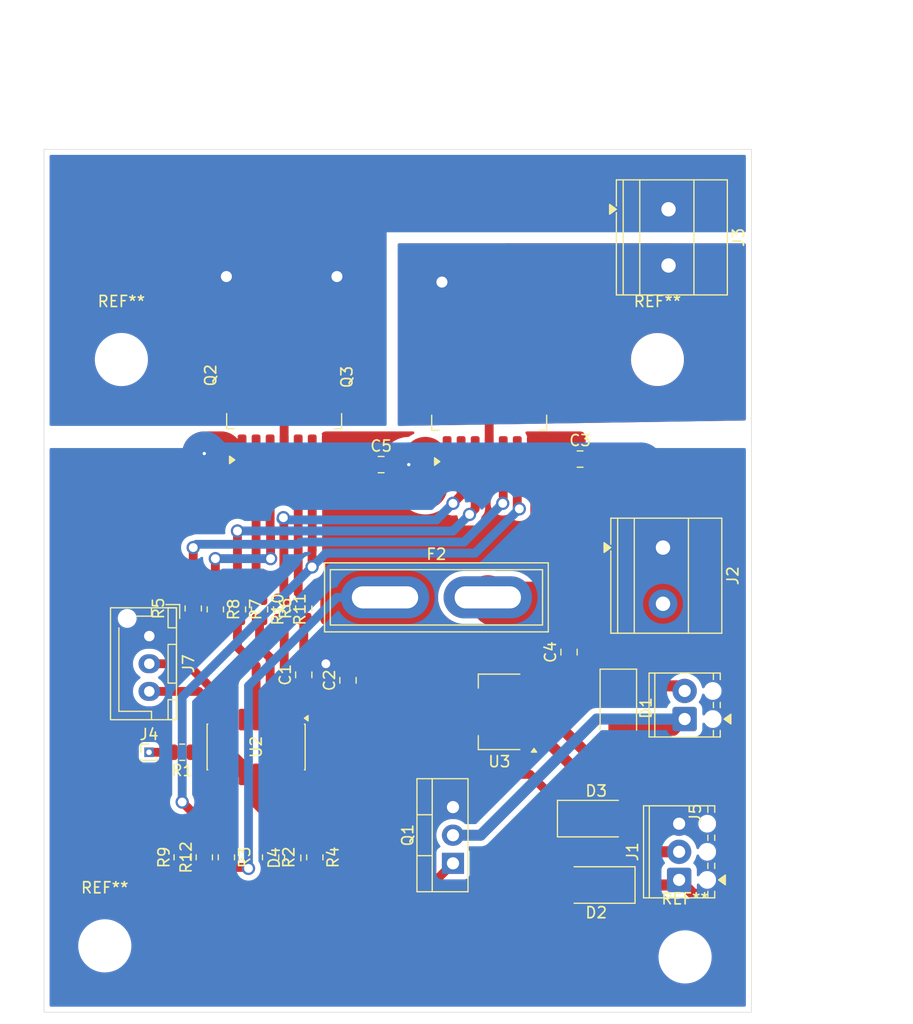
<source format=kicad_pcb>
(kicad_pcb (version 20241229) (generator "pcbnew") (generator_version "9.0")
  (layers (0 "F.Cu" signal) (2 "B.Cu" signal) (13 "F.Paste" user) (15 "B.Paste" user) (5 "F.SilkS" user "F.Silkscreen") (7 "B.SilkS" user "B.Silkscreen") (1 "F.Mask" user) (3 "B.Mask" user) (25 "Edge.Cuts" user))
  (net 0 "")
  (net 1 "GND")
  (net 2 "+3V3")
  (net 3 "12VFused")
  (net 4 "Net-(D1-A)")
  (net 5 "Rudder")
  (net 6 "Net-(D4-K)")
  (net 7 "Net-(D4-A)")
  (net 8 "Net-(J3-Pin_2)")
  (net 9 "Net-(J3-Pin_1)")
  (net 10 "Net-(J4-Pin_1)")
  (net 11 "RX")
  (net 12 "TX")
  (net 13 "Net-(Q1-G)")
  (net 14 "Net-(Q2-IN)")
  (net 15 "Net-(Q2-SR)")
  (net 16 "Net-(Q2-INH)")
  (net 17 "ISense")
  (net 18 "Net-(Q3-INH)")
  (net 19 "Net-(Q3-SR)")
  (net 20 "Net-(Q3-IN)")
  (net 21 "UDPI")
  (net 22 "Clutch")
  (net 23 "VSense")
  (net 24 "BEnable")
  (net 25 "PWMPort")
  (net 26 "PWMStbd")
  (net 28 "Net-(J2-Pin_2)")
  (footprint "Resistor_SMD:R_0805_2012Metric" (layer "F.Cu") (at 65.5 91.5875 -90)
    (property "Reference" "R8" (at 0 -1.65 90) (layer "F.SilkS"))
    (property "Value" "10K")
    (pad "1" smd roundrect (at -0.9125 0 270) (size 1.025 1.4) (layers "F.Cu" "F.Mask" "F.Paste") (roundrect_rratio 0.243902) (net 16 "Net-(Q2-INH)"))
    (pad "2" smd roundrect (at 0.9125 0 270) (size 1.025 1.4) (layers "F.Cu" "F.Mask" "F.Paste") (roundrect_rratio 0.243902) (net 24 "BEnable"))
  )
  (footprint "Resistor_SMD:R_0805_2012Metric" (layer "F.Cu") (at 70.5 114 -90)
    (property "Reference" "R2" (at 0 -1.65 90) (layer "F.SilkS"))
    (property "Value" "100R")
    (pad "1" smd roundrect (at -0.9125 0 270) (size 1.025 1.4) (layers "F.Cu" "F.Mask" "F.Paste") (roundrect_rratio 0.243902) (net 22 "Clutch"))
    (pad "2" smd roundrect (at 0.9125 0 270) (size 1.025 1.4) (layers "F.Cu" "F.Mask" "F.Paste") (roundrect_rratio 0.243902) (net 13 "Net-(Q1-G)"))
  )
  (footprint "Capacitor_SMD:C_0805_2012Metric" (layer "F.Cu") (at 73.5 97.5 90)
    (property "Reference" "C1" (at 0 -1.68 90) (layer "F.SilkS"))
    (property "Value" "100nF")
    (pad "1" smd roundrect (at -0.95 0 90) (size 1 1.45) (layers "F.Cu" "F.Mask" "F.Paste") (net 2 "+3V3"))
    (pad "2" smd roundrect (at 0.95 0 90) (size 1 1.45) (layers "F.Cu" "F.Mask" "F.Paste") (net 1 "GND"))
  )
  (footprint "Package_TO_SOT_THT:TO-220-3_Vertical" (layer "F.Cu") (at 87 114.54 90)
    (property "Reference" "Q1" (at 2.54 -4.1 90) (layer "F.SilkS"))
    (property "Value" "IRF540N")
    (pad "1" thru_hole rect (at 0 0 90) (size 1.905 2) (drill 1.1) (layers "*.Cu" "*.Mask") (net 13 "Net-(Q1-G)"))
    (pad "2" thru_hole oval (at 2.54 0 90) (size 1.905 2) (drill 1.1) (layers "*.Cu" "*.Mask") (net 4 "Net-(D1-A)"))
    (pad "3" thru_hole oval (at 5.08 0 90) (size 1.905 2) (drill 1.1) (layers "*.Cu" "*.Mask") (net 1 "GND"))
  )
  (footprint "Package_TO_SOT_SMD:SOT-223-3_TabPin2" (layer "F.Cu") (at 91.2 100.85 180)
    (property "Reference" "U3" (at 0 -4.5 0) (layer "F.SilkS"))
    (property "Value" "AMS1117-3.3")
    (pad "1" smd roundrect (at -3.15 -2.3 180) (size 2 1.5) (layers "F.Cu" "F.Mask" "F.Paste") (net 1 "GND"))
    (pad "2" smd roundrect (at -3.15 0 180) (size 2 1.5) (layers "F.Cu" "F.Mask" "F.Paste") (net 2 "+3V3"))
    (pad "2" smd roundrect (at 3.15 0 180) (size 2 3.8) (layers "F.Cu" "F.Mask" "F.Paste") (net 2 "+3V3"))
    (pad "3" smd roundrect (at -3.15 2.3 180) (size 2 1.5) (layers "F.Cu" "F.Mask" "F.Paste") (net 3 "12VFused"))
  )
  (footprint "Capacitor_SMD:C_0805_2012Metric" (layer "F.Cu") (at 98.5 78)
    (property "Reference" "C3" (at 0 -1.68 0) (layer "F.SilkS"))
    (property "Value" "470nF")
    (pad "1" smd roundrect (at -0.95 0) (size 1 1.45) (layers "F.Cu" "F.Mask" "F.Paste") (net 3 "12VFused"))
    (pad "2" smd roundrect (at 0.95 0) (size 1 1.45) (layers "F.Cu" "F.Mask" "F.Paste") (net 1 "GND"))
  )
  (footprint "Package_SO:SOIC-14_3.9x8.7mm_P1.27mm" (layer "F.Cu") (at 69.19 104.025 -90)
    (property "Reference" "U2" (at 0 0 90) (layer "F.SilkS"))
    (property "Value" "ATtiny3224-SS")
    (pad "1" smd roundrect (at -2.475 -3.81 270) (size 1.95 0.6) (layers "F.Cu" "F.Mask" "F.Paste") (net 2 "+3V3"))
    (pad "2" smd roundrect (at -2.475 -2.54 270) (size 1.95 0.6) (layers "F.Cu" "F.Mask" "F.Paste") (net 26 "PWMStbd"))
    (pad "3" smd roundrect (at -2.475 -1.27 270) (size 1.95 0.6) (layers "F.Cu" "F.Mask" "F.Paste") (net 25 "PWMPort"))
    (pad "4" smd roundrect (at -2.475 0 270) (size 1.95 0.6) (layers "F.Cu" "F.Mask" "F.Paste") (net 24 "BEnable"))
    (pad "5" smd roundrect (at -2.475 1.27 270) (size 1.95 0.6) (layers "F.Cu" "F.Mask" "F.Paste"))
    (pad "6" smd roundrect (at -2.475 2.54 270) (size 1.95 0.6) (layers "F.Cu" "F.Mask" "F.Paste") (net 11 "RX"))
    (pad "7" smd roundrect (at -2.475 3.81 270) (size 1.95 0.6) (layers "F.Cu" "F.Mask" "F.Paste") (net 12 "TX"))
    (pad "8" smd roundrect (at 2.475 3.81 270) (size 1.95 0.6) (layers "F.Cu" "F.Mask" "F.Paste") (net 17 "ISense"))
    (pad "9" smd roundrect (at 2.475 2.54 270) (size 1.95 0.6) (layers "F.Cu" "F.Mask" "F.Paste") (net 23 "VSense"))
    (pad "10" smd roundrect (at 2.475 1.27 270) (size 1.95 0.6) (layers "F.Cu" "F.Mask" "F.Paste") (net 21 "UDPI"))
    (pad "11" smd roundrect (at 2.475 0 270) (size 1.95 0.6) (layers "F.Cu" "F.Mask" "F.Paste") (net 22 "Clutch"))
    (pad "12" smd roundrect (at 2.475 -1.27 270) (size 1.95 0.6) (layers "F.Cu" "F.Mask" "F.Paste") (net 5 "Rudder"))
    (pad "13" smd roundrect (at 2.475 -2.54 270) (size 1.95 0.6) (layers "F.Cu" "F.Mask" "F.Paste") (net 7 "Net-(D4-A)"))
    (pad "14" smd roundrect (at 2.475 -3.81 270) (size 1.95 0.6) (layers "F.Cu" "F.Mask" "F.Paste") (net 1 "GND"))
  )
  (footprint "Diode_SMD:D_SMA" (layer "F.Cu") (at 101.96 100.5 -90)
    (property "Reference" "D1" (at 0 -2.5 90) (layer "F.SilkS"))
    (property "Value" "SS34")
    (pad "1" smd roundrect (at -2 0 270) (size 2.5 1.8) (layers "F.Cu" "F.Mask" "F.Paste") (roundrect_rratio 0.1388888889) (net 3 "12VFused"))
    (pad "2" smd roundrect (at 2 0 270) (size 2.5 1.8) (layers "F.Cu" "F.Mask" "F.Paste") (roundrect_rratio 0.1388888889) (net 4 "Net-(D1-A)"))
  )
  (footprint "MountingHole:MountingHole_4.3mm_M4" (layer "F.Cu") (at 57 69)
    (property "Reference" "REF**" (at 0 -5.25 0) (layer "F.SilkS"))
    (property "Value" "MountingHole_4.3mm_M4")
    (pad "" np_thru_hole circle (at 0 0) (size 4.3 4.3) (drill 4.3) (layers "*.Cu" "*.Mask"))
  )
  (footprint "Capacitor_SMD:C_0805_2012Metric" (layer "F.Cu") (at 77.5 98 90)
    (property "Reference" "C2" (at 0 -1.68 90) (layer "F.SilkS"))
    (property "Value" "10uF")
    (pad "1" smd roundrect (at -0.95 0 90) (size 1 1.45) (layers "F.Cu" "F.Mask" "F.Paste") (net 2 "+3V3"))
    (pad "2" smd roundrect (at 0.95 0 90) (size 1 1.45) (layers "F.Cu" "F.Mask" "F.Paste") (net 1 "GND"))
  )
  (footprint "Resistor_SMD:R_0805_2012Metric" (layer "F.Cu") (at 62.5 104.5 180)
    (property "Reference" "R1" (at 0 -1.65 0) (layer "F.SilkS"))
    (property "Value" "470R")
    (pad "1" smd roundrect (at -0.9125 0 180) (size 1.025 1.4) (layers "F.Cu" "F.Mask" "F.Paste") (roundrect_rratio 0.243902) (net 21 "UDPI"))
    (pad "2" smd roundrect (at 0.9125 0 180) (size 1.025 1.4) (layers "F.Cu" "F.Mask" "F.Paste") (roundrect_rratio 0.243902) (net 10 "Net-(J4-Pin_1)"))
  )
  (footprint "TerminalBlock_Phoenix:TerminalBlock_Phoenix_MPT-0,5-3-2.54_1x03_P2.54mm_Horizontal" (layer "F.Cu") (at 107.46 116.04 90)
    (property "Reference" "J1" (at 2.54 -4.22 90) (layer "F.SilkS"))
    (property "Value" "RudderSense")
    (pad "" np_thru_hole circle (at 0 2.54 90) (size 1.1 1.1) (drill 1.1) (layers "*.Cu" "*.Mask"))
    (pad "" np_thru_hole circle (at 2.54 2.54 90) (size 1.1 1.1) (drill 1.1) (layers "*.Cu" "*.Mask"))
    (pad "" np_thru_hole circle (at 5.08 2.54 90) (size 1.1 1.1) (drill 1.1) (layers "*.Cu" "*.Mask"))
    (pad "1" thru_hole roundrect (at 0 0 90) (size 2.2 2.2) (drill 1.1) (layers "*.Cu" "*.Mask") (roundrect_rratio 0.113636) (net 2 "+3V3"))
    (pad "2" thru_hole circle (at 2.54 0 90) (size 2.2 2.2) (drill 1.1) (layers "*.Cu" "*.Mask") (net 5 "Rudder"))
    (pad "3" thru_hole circle (at 5.08 0 90) (size 2.2 2.2) (drill 1.1) (layers "*.Cu" "*.Mask") (net 1 "GND"))
  )
  (footprint "MountingHole:MountingHole_4.3mm_M4" (layer "F.Cu") (at 55.5 122)
    (property "Reference" "REF**" (at 0 -5.25 0) (layer "F.SilkS"))
    (property "Value" "MountingHole_4.3mm_M4")
    (pad "" np_thru_hole circle (at 0 0) (size 4.3 4.3) (drill 4.3) (layers "*.Cu" "*.Mask"))
  )
  (footprint "Fuse:Fuse_Blade_ATO_directSolder" (layer "F.Cu") (at 80.85 90.5)
    (property "Reference" "F2" (at 4.65 -3.9 0) (layer "F.SilkS"))
    (property "Value" "30A" (hide yes))
    (pad "1" thru_hole oval (at 0 0) (size 8 3.8) (drill oval 6 2) (layers "*.Cu" "*.Mask") (net 3 "12VFused"))
    (pad "2" thru_hole oval (at 9.3 0) (size 8 3.8) (drill oval 6 2) (layers "*.Cu" "*.Mask") (net 28 "Net-(J2-Pin_2)"))
  )
  (footprint "Package_TO_SOT_SMD:TO-263-7_TabPin8" (layer "F.Cu") (at 71.725 70.425 90)
    (property "Reference" "Q2" (at 0 -6.65 90) (layer "F.SilkS"))
    (property "Value" "BTN7960TA")
    (pad "1" smd roundrect (at -7.65 -3.81 90) (size 4.6 0.8) (layers "F.Cu" "F.Mask" "F.Paste") (net 1 "GND"))
    (pad "2" smd roundrect (at -7.65 -2.54 90) (size 4.6 0.8) (layers "F.Cu" "F.Mask" "F.Paste") (net 14 "Net-(Q2-IN)"))
    (pad "3" smd roundrect (at -7.65 -1.27 90) (size 4.6 0.8) (layers "F.Cu" "F.Mask" "F.Paste") (net 16 "Net-(Q2-INH)"))
    (pad "4" smd roundrect (at -7.65 0 90) (size 4.6 0.8) (layers "F.Cu" "F.Mask" "F.Paste") (net 9 "Net-(J3-Pin_1)"))
    (pad "5" smd roundrect (at -7.65 1.27 90) (size 4.6 0.8) (layers "F.Cu" "F.Mask" "F.Paste") (net 15 "Net-(Q2-SR)"))
    (pad "6" smd roundrect (at -7.65 2.54 90) (size 4.6 0.8) (layers "F.Cu" "F.Mask" "F.Paste") (net 17 "ISense"))
    (pad "7" smd roundrect (at -7.65 3.81 90) (size 4.6 0.8) (layers "F.Cu" "F.Mask" "F.Paste") (net 3 "12VFused"))
    (pad "8" smd roundrect (at 1.5 0 90) (size 9.4 10.8) (layers "F.Cu" "F.Mask") (roundrect_rratio 0.026596) (net 9 "Net-(J3-Pin_1)"))
  )
  (footprint "Resistor_SMD:R_0805_2012Metric" (layer "F.Cu") (at 62.5 114 90)
    (property "Reference" "R9" (at 0 -1.65 90) (layer "F.SilkS"))
    (property "Value" "1K")
    (pad "1" smd roundrect (at -0.9125 0 90) (size 1.025 1.4) (layers "F.Cu" "F.Mask" "F.Paste") (roundrect_rratio 0.243902) (net 1 "GND"))
    (pad "2" smd roundrect (at 0.9125 0 90) (size 1.025 1.4) (layers "F.Cu" "F.Mask" "F.Paste") (roundrect_rratio 0.243902) (net 17 "ISense"))
  )
  (footprint "Capacitor_SMD:C_0805_2012Metric" (layer "F.Cu") (at 80.5 78.5)
    (property "Reference" "C5" (at 0 -1.68 0) (layer "F.SilkS"))
    (property "Value" "470nF")
    (pad "1" smd roundrect (at -0.95 0) (size 1 1.45) (layers "F.Cu" "F.Mask" "F.Paste") (net 3 "12VFused"))
    (pad "2" smd roundrect (at 0.95 0) (size 1 1.45) (layers "F.Cu" "F.Mask" "F.Paste") (net 1 "GND"))
  )
  (footprint "Resistor_SMD:R_0805_2012Metric" (layer "F.Cu") (at 73.5 91.5 90)
    (property "Reference" "R6" (at 0 -1.65 90) (layer "F.SilkS"))
    (property "Value" "1K")
    (pad "1" smd roundrect (at -0.9125 0 90) (size 1.025 1.4) (layers "F.Cu" "F.Mask" "F.Paste") (roundrect_rratio 0.243902) (net 1 "GND"))
    (pad "2" smd roundrect (at 0.9125 0 90) (size 1.025 1.4) (layers "F.Cu" "F.Mask" "F.Paste") (roundrect_rratio 0.243902) (net 15 "Net-(Q2-SR)"))
  )
  (footprint "Package_TO_SOT_SMD:TO-263-7_TabPin8" (layer "F.Cu") (at 90.275 70.575 90)
    (property "Reference" "Q3" (at 0 -12.875 90) (layer "F.SilkS"))
    (property "Value" "BTN7960")
    (pad "1" smd roundrect (at -7.65 -3.81 90) (size 4.6 0.8) (layers "F.Cu" "F.Mask" "F.Paste") (net 1 "GND"))
    (pad "2" smd roundrect (at -7.65 -2.54 90) (size 4.6 0.8) (layers "F.Cu" "F.Mask" "F.Paste") (net 20 "Net-(Q3-IN)"))
    (pad "3" smd roundrect (at -7.65 -1.27 90) (size 4.6 0.8) (layers "F.Cu" "F.Mask" "F.Paste") (net 18 "Net-(Q3-INH)"))
    (pad "4" smd roundrect (at -7.65 0 90) (size 4.6 0.8) (layers "F.Cu" "F.Mask" "F.Paste") (net 8 "Net-(J3-Pin_2)"))
    (pad "5" smd roundrect (at -7.65 1.27 90) (size 4.6 0.8) (layers "F.Cu" "F.Mask" "F.Paste") (net 19 "Net-(Q3-SR)"))
    (pad "6" smd roundrect (at -7.65 2.54 90) (size 4.6 0.8) (layers "F.Cu" "F.Mask" "F.Paste") (net 17 "ISense"))
    (pad "7" smd roundrect (at -7.65 3.81 90) (size 4.6 0.8) (layers "F.Cu" "F.Mask" "F.Paste") (net 3 "12VFused"))
    (pad "8" smd roundrect (at 1.5 0 90) (size 9.4 10.8) (layers "F.Cu" "F.Mask") (roundrect_rratio 0.026596) (net 8 "Net-(J3-Pin_2)"))
  )
  (footprint "MountingHole:MountingHole_4.3mm_M4" (layer "F.Cu") (at 108 123)
    (property "Reference" "REF**" (at 0 -5.25 0) (layer "F.SilkS"))
    (property "Value" "MountingHole_4.3mm_M4")
    (pad "" np_thru_hole circle (at 0 0) (size 4.3 4.3) (drill 4.3) (layers "*.Cu" "*.Mask"))
  )
  (footprint "Diode_SMD:D_SMA" (layer "F.Cu") (at 99.96 116.5 180)
    (property "Reference" "D2" (at 0 -2.5 0) (layer "F.SilkS"))
    (property "Value" "US1J")
    (pad "1" smd roundrect (at -2 0 180) (size 2.5 1.8) (layers "F.Cu" "F.Mask" "F.Paste") (roundrect_rratio 0.1388888889) (net 2 "+3V3"))
    (pad "2" smd roundrect (at 2 0 180) (size 2.5 1.8) (layers "F.Cu" "F.Mask" "F.Paste") (roundrect_rratio 0.1388888889) (net 5 "Rudder"))
  )
  (footprint "MountingHole:MountingHole_4.3mm_M4" (layer "F.Cu") (at 105.5 69)
    (property "Reference" "REF**" (at 0 -5.25 0) (layer "F.SilkS"))
    (property "Value" "MountingHole_4.3mm_M4")
    (pad "" np_thru_hole circle (at 0 0) (size 4.3 4.3) (drill 4.3) (layers "*.Cu" "*.Mask"))
  )
  (footprint "TerminalBlock_Phoenix:TerminalBlock_Phoenix_MKDS-1,5-2-5.08_1x02_P5.08mm_Horizontal" (layer "F.Cu") (at 106.5 55.42 -90)
    (property "Reference" "J3" (at 2.54 -6.32 90) (layer "F.SilkS"))
    (property "Value" "Motor")
    (pad "1" thru_hole roundrect (at 0 0 270) (size 2.6 2.6) (drill 1.3) (layers "*.Cu" "*.Mask") (roundrect_rratio 0.096154) (net 9 "Net-(J3-Pin_1)"))
    (pad "2" thru_hole circle (at 5.08 0 270) (size 2.6 2.6) (drill 1.3) (layers "*.Cu" "*.Mask") (net 8 "Net-(J3-Pin_2)"))
  )
  (footprint "Resistor_SMD:R_0805_2012Metric" (layer "F.Cu") (at 74.5 114 -90)
    (property "Reference" "R4" (at 0 -1.65 90) (layer "F.SilkS"))
    (property "Value" "1K")
    (pad "1" smd roundrect (at -0.9125 0 270) (size 1.025 1.4) (layers "F.Cu" "F.Mask" "F.Paste") (roundrect_rratio 0.243902) (net 1 "GND"))
    (pad "2" smd roundrect (at 0.9125 0 270) (size 1.025 1.4) (layers "F.Cu" "F.Mask" "F.Paste") (roundrect_rratio 0.243902) (net 6 "Net-(D4-K)"))
  )
  (footprint "Resistor_SMD:R_0805_2012Metric" (layer "F.Cu") (at 67.5 91.5875 -90)
    (property "Reference" "R7" (at 0 -1.65 90) (layer "F.SilkS"))
    (property "Value" "10K")
    (pad "1" smd roundrect (at -0.9125 0 270) (size 1.025 1.4) (layers "F.Cu" "F.Mask" "F.Paste") (roundrect_rratio 0.243902) (net 18 "Net-(Q3-INH)"))
    (pad "2" smd roundrect (at 0.9125 0 270) (size 1.025 1.4) (layers "F.Cu" "F.Mask" "F.Paste") (roundrect_rratio 0.243902) (net 24 "BEnable"))
  )
  (footprint "Resistor_SMD:R_0805_2012Metric" (layer "F.Cu") (at 66.5 114 -90)
    (property "Reference" "R3" (at 0 -1.65 90) (layer "F.SilkS"))
    (property "Value" "4K7")
    (pad "1" smd roundrect (at -0.9125 0 270) (size 1.025 1.4) (layers "F.Cu" "F.Mask" "F.Paste") (roundrect_rratio 0.243902) (net 23 "VSense"))
    (pad "2" smd roundrect (at 0.9125 0 270) (size 1.025 1.4) (layers "F.Cu" "F.Mask" "F.Paste") (roundrect_rratio 0.243902) (net 3 "12VFused"))
  )
  (footprint "Capacitor_SMD:C_0805_2012Metric" (layer "F.Cu") (at 72.5 114.05 90)
    (property "Reference" "D4" (at 0 -1.68 90) (layer "F.SilkS"))
    (property "Value" "LED")
    (pad "1" smd roundrect (at -0.95 0 90) (size 1 1.45) (layers "F.Cu" "F.Mask" "F.Paste") (net 6 "Net-(D4-K)"))
    (pad "2" smd roundrect (at 0.95 0 90) (size 1 1.45) (layers "F.Cu" "F.Mask" "F.Paste") (net 7 "Net-(D4-A)"))
  )
  (footprint "Capacitor_SMD:C_0805_2012Metric" (layer "F.Cu") (at 97.5 95.45 90)
    (property "Reference" "C4" (at 0 -1.68 90) (layer "F.SilkS"))
    (property "Value" "10uF")
    (pad "1" smd roundrect (at -0.95 0 90) (size 1 1.45) (layers "F.Cu" "F.Mask" "F.Paste") (net 3 "12VFused"))
    (pad "2" smd roundrect (at 0.95 0 90) (size 1 1.45) (layers "F.Cu" "F.Mask" "F.Paste") (net 1 "GND"))
  )
  (footprint "Resistor_SMD:R_0805_2012Metric" (layer "F.Cu") (at 63.5 91.5 90)
    (property "Reference" "R5" (at 0 -3.15 90) (layer "F.SilkS"))
    (property "Value" "1K")
    (pad "1" smd roundrect (at -0.9125 0 90) (size 1.025 1.4) (layers "F.Cu" "F.Mask" "F.Paste") (roundrect_rratio 0.243902) (net 1 "GND"))
    (pad "2" smd roundrect (at 0.9125 0 90) (size 1.025 1.4) (layers "F.Cu" "F.Mask" "F.Paste") (roundrect_rratio 0.243902) (net 19 "Net-(Q3-SR)"))
  )
  (footprint "Resistor_SMD:R_0805_2012Metric" (layer "F.Cu") (at 69.5 91.5875 -90)
    (property "Reference" "R10" (at 0 -1.65 90) (layer "F.SilkS"))
    (property "Value" "10K")
    (pad "1" smd roundrect (at -0.9125 0 270) (size 1.025 1.4) (layers "F.Cu" "F.Mask" "F.Paste") (roundrect_rratio 0.243902) (net 14 "Net-(Q2-IN)"))
    (pad "2" smd roundrect (at 0.9125 0 270) (size 1.025 1.4) (layers "F.Cu" "F.Mask" "F.Paste") (roundrect_rratio 0.243902) (net 25 "PWMPort"))
  )
  (footprint "TerminalBlock_Phoenix:TerminalBlock_Phoenix_MKDS-1,5-2-5.08_1x02_P5.08mm_Horizontal" (layer "F.Cu") (at 106 86 -90)
    (property "Reference" "J2" (at 2.54 -6.32 90) (layer "F.SilkS"))
    (property "Value" "12V")
    (pad "1" thru_hole roundrect (at 0 0 270) (size 2.6 2.6) (drill 1.3) (layers "*.Cu" "*.Mask") (roundrect_rratio 0.096154) (net 1 "GND"))
    (pad "2" thru_hole circle (at 5.08 0 270) (size 2.6 2.6) (drill 1.3) (layers "*.Cu" "*.Mask") (net 28 "Net-(J2-Pin_2)"))
  )
  (footprint "Connector_PinHeader_1.00mm:PinHeader_1x01_P1.00mm_Vertical" (layer "F.Cu") (at 59.5 104.5)
    (property "Reference" "J4" (at 0 -1.61 0) (layer "F.SilkS"))
    (property "Value" "UDPI")
    (pad "1" thru_hole rect (at 0 0) (size 0.85 0.85) (drill 0.5) (layers "*.Cu" "*.Mask") (net 10 "Net-(J4-Pin_1)"))
  )
  (footprint "Resistor_SMD:R_0805_2012Metric" (layer "F.Cu") (at 71.5 91.5875 -90)
    (property "Reference" "R11" (at 0 -1.65 90) (layer "F.SilkS"))
    (property "Value" "10K")
    (pad "1" smd roundrect (at -0.9125 0 270) (size 1.025 1.4) (layers "F.Cu" "F.Mask" "F.Paste") (roundrect_rratio 0.243902) (net 20 "Net-(Q3-IN)"))
    (pad "2" smd roundrect (at 0.9125 0 270) (size 1.025 1.4) (layers "F.Cu" "F.Mask" "F.Paste") (roundrect_rratio 0.243902) (net 26 "PWMStbd"))
  )
  (footprint "Resistor_SMD:R_0805_2012Metric" (layer "F.Cu") (at 64.5 114 90)
    (property "Reference" "R12" (at 0 -1.65 90) (layer "F.SilkS"))
    (property "Value" "1K")
    (pad "1" smd roundrect (at -0.9125 0 90) (size 1.025 1.4) (layers "F.Cu" "F.Mask" "F.Paste") (roundrect_rratio 0.243902) (net 1 "GND"))
    (pad "2" smd roundrect (at 0.9125 0 90) (size 1.025 1.4) (layers "F.Cu" "F.Mask" "F.Paste") (roundrect_rratio 0.243902) (net 23 "VSense"))
  )
  (footprint "TerminalBlock_Phoenix:TerminalBlock_Phoenix_MPT-0,5-2-2.54_1x02_P2.54mm_Horizontal" (layer "F.Cu") (at 107.96 101.5 90)
    (property "Reference" "J5" (at -8.5 0.96 90) (layer "F.SilkS"))
    (property "Value" "Clutch")
    (pad "" np_thru_hole circle (at 0 2.54 90) (size 1.1 1.1) (drill 1.1) (layers "*.Cu" "*.Mask"))
    (pad "" np_thru_hole circle (at 2.54 2.54 90) (size 1.1 1.1) (drill 1.1) (layers "*.Cu" "*.Mask"))
    (pad "1" thru_hole roundrect (at 0 0 90) (size 2.2 2.2) (drill 1.1) (layers "*.Cu" "*.Mask") (roundrect_rratio 0.113636) (net 4 "Net-(D1-A)"))
    (pad "2" thru_hole circle (at 2.54 0 90) (size 2.2 2.2) (drill 1.1) (layers "*.Cu" "*.Mask") (net 3 "12VFused"))
  )
  (footprint "Connector_JST:JST_XH_B3B-XH-AM_1x03_P2.50mm_Vertical" (layer "F.Cu") (at 59.525 94 -90)
    (property "Reference" "J7" (at 2.5 -3.55 90) (layer "F.SilkS"))
    (property "Value" "SerialToPi")
    (pad "" np_thru_hole circle (at -1.6 2 270) (size 1.2 1.2) (drill 1.2) (layers "*.Cu" "*.Mask"))
    (pad "1" thru_hole roundrect (at 0 0 270) (size 1.7 1.95) (drill 0.95) (layers "*.Cu" "*.Mask") (roundrect_rratio 0.147059) (net 1 "GND"))
    (pad "2" thru_hole oval (at 2.5 0 270) (size 1.7 1.95) (drill 0.95) (layers "*.Cu" "*.Mask") (net 11 "RX"))
    (pad "3" thru_hole oval (at 5 0 270) (size 1.7 1.95) (drill 0.95) (layers "*.Cu" "*.Mask") (net 12 "TX"))
  )
  (footprint "Diode_SMD:D_SMA" (layer "F.Cu") (at 99.96 110.5)
    (property "Reference" "D3" (at 0 -2.5 0) (layer "F.SilkS"))
    (property "Value" "US1J")
    (pad "1" smd roundrect (at -2 0) (size 2.5 1.8) (layers "F.Cu" "F.Mask" "F.Paste") (roundrect_rratio 0.1388888889) (net 5 "Rudder"))
    (pad "2" smd roundrect (at 2 0) (size 2.5 1.8) (layers "F.Cu" "F.Mask" "F.Paste") (roundrect_rratio 0.1388888889) (net 1 "GND"))
  )
  (gr_rect (start 50 50) (end 114 128) (stroke (width 0.05)) (fill no) (layer "Edge.Cuts"))
  (segment (start 57 109.510424) (end 57 95) (width 0.8) (layer "F.Cu") (net 1))
  (segment (start 58 94) (end 59.525 94) (width 0.8) (layer "F.Cu") (net 1))
  (segment (start 59.525 94) (end 61.9125 94) (width 1) (layer "F.Cu") (net 1))
  (segment (start 84.5 78) (end 84.5 80.5) (width 4) (layer "F.Cu") (net 1))
  (segment (start 76.05 97.05) (end 75.5 96.5) (width 0.8) (layer "F.Cu") (net 1))
  (segment (start 61.9125 94) (end 63.5 92.4125) (width 1) (layer "F.Cu") (net 1))
  (segment (start 101.96 109.04) (end 101.96 110.5) (width 1) (layer "F.Cu") (net 1))
  (segment (start 62.5 114.9125) (end 62.402076 114.9125) (width 0.8) (layer "F.Cu") (net 1))
  (segment (start 101.96 110.5) (end 107 110.5) (width 1) (layer "F.Cu") (net 1))
  (segment (start 83 78.5) (end 84 78.5) (width 4) (layer "F.Cu") (net 1))
  (segment (start 66 77.5) (end 66 80) (width 4) (layer "F.Cu") (net 1))
  (segment (start 99.45 78) (end 102 78) (width 1) (layer "F.Cu") (net 1))
  (segment (start 105.5 81.5) (end 105.5 85.5) (width 1) (layer "F.Cu") (net 1))
  (segment (start 110.5 94.5) (end 111.5 93.5) (width 0.8) (layer "F.Cu") (net 1))
  (segment (start 94.35 103.15) (end 95.15 103.15) (width 1) (layer "F.Cu") (net 1))
  (segment (start 94.5 103) (end 94.35 103.15) (width 1) (layer "F.Cu") (net 1))
  (segment (start 87 109.46) (end 76.04 109.46) (width 1) (layer "F.Cu") (net 1))
  (segment (start 84 78.5) (end 84.5 78) (width 4) (layer "F.Cu") (net 1))
  (segment (start 99.5 107.5) (end 100.5 107.5) (width 1) (layer "F.Cu") (net 1))
  (segment (start 75.45 96.55) (end 75.5 96.5) (width 0.8) (layer "F.Cu") (net 1))
  (segment (start 111.5 93.5) (end 111.5 87) (width 0.8) (layer "F.Cu") (net 1))
  (segment (start 105.5 85.5) (end 106 86) (width 1) (layer "F.Cu") (net 1))
  (segment (start 73.5 96.55) (end 73.5 92.4125) (width 0.8) (layer "F.Cu") (net 1))
  (segment (start 64.5 77.5) (end 66 77.5) (width 4) (layer "F.Cu") (net 1))
  (segment (start 62.5 114.9125) (end 64.5 114.9125) (width 0.8) (layer "F.Cu") (net 1))
  (segment (start 110.5 86) (end 106 86) (width 0.8) (layer "F.Cu") (net 1))
  (segment (start 97.5 94.5) (end 110.5 94.5) (width 0.8) (layer "F.Cu") (net 1))
  (segment (start 100.5 107.5) (end 102 109) (width 1) (layer "F.Cu") (net 1))
  (segment (start 95.15 103.15) (end 99.5 107.5) (width 1) (layer "F.Cu") (net 1))
  (segment (start 102 78) (end 105.5 81.5) (width 1) (layer "F.Cu") (net 1))
  (segment (start 62.402076 114.9125) (end 57 109.510424) (width 0.8) (layer "F.Cu") (net 1))
  (segment (start 74.5 111) (end 74.5 113.0875) (width 0.8) (layer "F.Cu") (net 1))
  (segment (start 77.5 97.05) (end 76.05 97.05) (width 0.8) (layer "F.Cu") (net 1))
  (segment (start 111.5 87) (end 110.5 86) (width 0.8) (layer "F.Cu") (net 1))
  (segment (start 76.04 109.46) (end 74.5 111) (width 1) (layer "F.Cu") (net 1))
  (segment (start 73 106.5) (end 73 109.5) (width 0.8) (layer "F.Cu") (net 1))
  (segment (start 102 109) (end 101.96 109.04) (width 1) (layer "F.Cu") (net 1))
  (segment (start 57 95) (end 58 94) (width 0.8) (layer "F.Cu") (net 1))
  (segment (start 73 109.5) (end 74.5 111) (width 0.8) (layer "F.Cu") (net 1))
  (segment (start 107 110.5) (end 107.46 110.96) (width 1) (layer "F.Cu") (net 1))
  (segment (start 73.5 96.55) (end 75.45 96.55) (width 0.8) (layer "F.Cu") (net 1))
  (via (at 75.5 96.5) (size 1.2) (drill 0.8) (layers "F.Cu" "B.Cu") (net 1))
  (via (at 83 78.5) (size 0.6) (drill 0.3) (layers "F.Cu" "B.Cu") (net 1))
  (via (at 64.5 77.5) (size 0.6) (drill 0.3) (layers "F.Cu" "B.Cu") (net 1))
  (segment (start 107.46 110.96) (end 111.801 106.619) (width 1) (layer "B.Cu") (net 1))
  (segment (start 59.525 94) (end 59.525 82.475) (width 1) (layer "B.Cu") (net 1))
  (segment (start 84.04 109.46) (end 83.5 110) (width 1) (layer "B.Cu") (net 1))
  (segment (start 88.5 118) (end 95.54 110.96) (width 1) (layer "B.Cu") (net 1))
  (segment (start 83 78.5) (end 65.5 78.5) (width 4) (layer "B.Cu") (net 1))
  (segment (start 109 86) (end 106 86) (width 1) (layer "B.Cu") (net 1))
  (segment (start 111.801 106.619) (end 111.801 88.801) (width 1) (layer "B.Cu") (net 1))
  (segment (start 77.5 109.5) (end 77.54 109.46) (width 0.8) (layer "B.Cu") (net 1))
  (segment (start 75.5 107.5) (end 77.5 109.5) (width 0.8) (layer "B.Cu") (net 1))
  (segment (start 104 78.5) (end 83 78.5) (width 4) (layer "B.Cu") (net 1))
  (segment (start 111.801 88.801) (end 109 86) (width 1) (layer "B.Cu") (net 1))
  (segment (start 106.5 85.5) (end 106.5 81) (width 4) (layer "B.Cu") (net 1))
  (segment (start 65.5 78.5) (end 64.5 77.5) (width 4) (layer "B.Cu") (net 1))
  (segment (start 77.54 109.46) (end 87 109.46) (width 0.8) (layer "B.Cu") (net 1))
  (segment (start 83.5 116.5) (end 85 118) (width 1) (layer "B.Cu") (net 1))
  (segment (start 75.5 96.5) (end 75.5 107.5) (width 0.8) (layer "B.Cu") (net 1))
  (segment (start 106.5 81) (end 104 78.5) (width 4) (layer "B.Cu") (net 1))
  (segment (start 87 109.46) (end 84.04 109.46) (width 1) (layer "B.Cu") (net 1))
  (segment (start 83.5 110) (end 83.5 116.5) (width 1) (layer "B.Cu") (net 1))
  (segment (start 95.54 110.96) (end 107.46 110.96) (width 1) (layer "B.Cu") (net 1))
  (segment (start 59.525 82.475) (end 64.5 77.5) (width 1) (layer "B.Cu") (net 1))
  (segment (start 106 86) (end 106.5 85.5) (width 4) (layer "B.Cu") (net 1))
  (segment (start 85 118) (end 88.5 118) (width 1) (layer "B.Cu") (net 1))
  (segment (start 94.35 100.85) (end 95.35 100.85) (width 1) (layer "F.Cu") (net 2))
  (segment (start 73 101.55) (end 73 99.5) (width 0.8) (layer "F.Cu") (net 2))
  (segment (start 111.301 108.801) (end 111.301 116.578892) (width 1) (layer "F.Cu") (net 2))
  (segment (start 107 116.5) (end 107.46 116.04) (width 1) (layer "F.Cu") (net 2))
  (segment (start 95.35 100.85) (end 100.5 106) (width 1) (layer "F.Cu") (net 2))
  (segment (start 110.538892 117.341) (end 108.761 117.341) (width 1) (layer "F.Cu") (net 2))
  (segment (start 75 99.5) (end 86.7 99.5) (width 1) (layer "F.Cu") (net 2))
  (segment (start 73 98.95) (end 73.5 98.45) (width 0.8) (layer "F.Cu") (net 2))
  (segment (start 100.5 106) (end 108.5 106) (width 1) (layer "F.Cu") (net 2))
  (segment (start 111.301 116.578892) (end 110.538892 117.341) (width 1) (layer "F.Cu") (net 2))
  (segment (start 86.7 99.5) (end 88.05 100.85) (width 1) (layer "F.Cu") (net 2))
  (segment (start 108.761 117.341) (end 107.46 116.04) (width 1) (layer "F.Cu") (net 2))
  (segment (start 101.96 116.5) (end 107 116.5) (width 1) (layer "F.Cu") (net 2))
  (segment (start 75 99.5) (end 73 99.5) (width 0.8) (layer "F.Cu") (net 2))
  (segment (start 94.6 101.1) (end 94.35 100.85) (width 1) (layer "F.Cu") (net 2))
  (segment (start 108.5 106) (end 111.301 108.801) (width 1) (layer "F.Cu") (net 2))
  (segment (start 73 99.5) (end 73 98.95) (width 0.8) (layer "F.Cu") (net 2))
  (segment (start 94.35 100.85) (end 88.05 100.85) (width 1) (layer "F.Cu") (net 2))
  (segment (start 94.35 98.55) (end 97.45 98.55) (width 1) (layer "F.Cu") (net 3))
  (segment (start 80.85 86) (end 95.5 86) (width 4) (layer "F.Cu") (net 3))
  (segment (start 66.5 114.9125) (end 68.4125 114.9125) (width 0.8) (layer "F.Cu") (net 3))
  (segment (start 80.85 86) (end 80.5 86) (width 4) (layer "F.Cu") (net 3))
  (segment (start 80.5 86) (end 77.5 83) (width 4) (layer "F.Cu") (net 3))
  (segment (start 96 77.5) (end 96 85.5) (width 4) (layer "F.Cu") (net 3))
  (segment (start 94.4 98.5) (end 94.35 98.55) (width 1) (layer "F.Cu") (net 3))
  (segment (start 79 94.5) (end 92 94.5) (width 1) (layer "F.Cu") (net 3))
  (segment (start 94.35 98.55) (end 94.35 96.85) (width 1) (layer "F.Cu") (net 3))
  (segment (start 79 92.35) (end 80.85 90.5) (width 1) (layer "F.Cu") (net 3))
  (segment (start 97.5 96.4) (end 97.5 98.5) (width 0.8) (layer "F.Cu") (net 3))
  (segment (start 95.5 86) (end 96 85.5) (width 4) (layer "F.Cu") (net 3))
  (segment (start 77.5 83) (end 77.5 77.5) (width 4) (layer "F.Cu") (net 3))
  (segment (start 68.4125 114.9125) (end 68.5 115) (width 0.8) (layer "F.Cu") (net 3))
  (segment (start 107.5 98.5) (end 101.96 98.5) (width 1) (layer "F.Cu") (net 3))
  (segment (start 97.5 98.5) (end 101.96 98.5) (width 1) (layer "F.Cu") (net 3))
  (segment (start 94.35 96.85) (end 92 94.5) (width 1) (layer "F.Cu") (net 3))
  (segment (start 79 94.5) (end 79 92.35) (width 1) (layer "F.Cu") (net 3))
  (segment (start 80.85 90.5) (end 80.85 86) (width 4) (layer "F.Cu") (net 3))
  (segment (start 97.45 98.55) (end 97.5 98.5) (width 1) (layer "F.Cu") (net 3))
  (segment (start 107.96 98.96) (end 107.5 98.5) (width 1) (layer "F.Cu") (net 3))
  (via (at 68.5 115) (size 1.2) (drill 0.8) (layers "F.Cu" "B.Cu") (net 3))
  (segment (start 76.5 90.5) (end 80.85 90.5) (width 0.8) (layer "B.Cu") (net 3))
  (segment (start 68.5 98.5) (end 76.5 90.5) (width 0.8) (layer "B.Cu") (net 3))
  (segment (start 68.5 115) (end 68.5 98.5) (width 0.8) (layer "B.Cu") (net 3))
  (segment (start 106.96 102.5) (end 107.96 101.5) (width 1) (layer "F.Cu") (net 4))
  (segment (start 87.5 112) (end 87 112) (width 1) (layer "F.Cu") (net 4))
  (segment (start 101.96 102.5) (end 106.96 102.5) (width 1) (layer "F.Cu") (net 4))
  (segment (start 89.5 112) (end 100 101.5) (width 1) (layer "B.Cu") (net 4))
  (segment (start 100 101.5) (end 107.96 101.5) (width 1) (layer "B.Cu") (net 4))
  (segment (start 87 112) (end 89.5 112) (width 1) (layer "B.Cu") (net 4))
  (segment (start 97.96 113.5) (end 97.96 116.5) (width 1) (layer "F.Cu") (net 5))
  (segment (start 93.96 106.5) (end 97.96 110.5) (width 0.8) (layer "F.Cu") (net 5))
  (segment (start 70.46 106.5) (end 70.46 105.04) (width 0.8) (layer "F.Cu") (net 5))
  (segment (start 97.96 113.5) (end 97.96 110.5) (width 1) (layer "F.Cu") (net 5))
  (segment (start 75 104.5) (end 77 106.5) (width 0.8) (layer "F.Cu") (net 5))
  (segment (start 71 104.5) (end 75 104.5) (width 0.8) (layer "F.Cu") (net 5))
  (segment (start 70.46 105.04) (end 71 104.5) (width 0.8) (layer "F.Cu") (net 5))
  (segment (start 107.46 113.5) (end 97.96 113.5) (width 1) (layer "F.Cu") (net 5))
  (segment (start 77 106.5) (end 93.96 106.5) (width 0.8) (layer "F.Cu") (net 5))
  (segment (start 74.4125 115) (end 74.5 114.9125) (width 0.8) (layer "F.Cu") (net 6))
  (segment (start 72.5 115) (end 74.4125 115) (width 0.8) (layer "F.Cu") (net 6))
  (segment (start 72.5 111.5) (end 72.5 113.1) (width 0.8) (layer "F.Cu") (net 7))
  (segment (start 71.73 110.73) (end 72.5 111.5) (width 0.8) (layer "F.Cu") (net 7))
  (segment (start 71.73 106.5) (end 71.73 110.73) (width 0.8) (layer "F.Cu") (net 7))
  (segment (start 90.275 62.225) (end 86.225 62.225) (width 4) (layer "F.Cu") (net 8))
  (segment (start 92 60.5) (end 90.275 62.225) (width 4) (layer "F.Cu") (net 8))
  (segment (start 106.5 60.5) (end 92 60.5) (width 4) (layer "F.Cu") (net 8))
  (segment (start 86.225 62.225) (end 86 62) (width 4) (layer "F.Cu") (net 8))
  (segment (start 90.275 62.225) (end 90.275 69.075) (width 4) (layer "F.Cu") (net 8))
  (segment (start 90.275 78.225) (end 90.275 69.075) (width 0.8) (layer "F.Cu") (net 8))
  (via (at 86 62) (size 4) (drill 1) (layers "F.Cu" "B.Cu") (net 8))
  (segment (start 71.725 61.5) (end 66.5 61.5) (width 4) (layer "F.Cu") (net 9))
  (segment (start 71.725 61.5) (end 76.5 61.5) (width 4) (layer "F.Cu") (net 9))
  (segment (start 106.5 55.42) (end 75.58 55.42) (width 4) (layer "F.Cu") (net 9))
  (segment (start 75.58 55.42) (end 71.725 59.275) (width 4) (layer "F.Cu") (net 9))
  (segment (start 71.725 61.5) (end 71.725 68.925) (width 4) (layer "F.Cu") (net 9))
  (segment (start 71.725 59.275) (end 71.725 61.5) (width 4) (layer "F.Cu") (net 9))
  (segment (start 71.725 78.075) (end 71.725 68.925) (width 0.8) (layer "F.Cu") (net 9))
  (via (at 66.5 61.5) (size 4) (drill 1) (layers "F.Cu" "B.Cu") (net 9))
  (via (at 76.5 61.5) (size 4) (drill 1) (layers "F.Cu" "B.Cu") (net 9))
  (segment (start 61.5875 104.5) (end 59.5 104.5) (width 0.8) (layer "F.Cu") (net 10))
  (segment (start 62.915628 96.5) (end 59.525 96.5) (width 0.8) (layer "F.Cu") (net 11))
  (segment (start 66.65 100.234372) (end 62.915628 96.5) (width 0.8) (layer "F.Cu") (net 11))
  (segment (start 66.65 101.55) (end 66.65 100.234372) (width 0.8) (layer "F.Cu") (net 11))
  (segment (start 64 99) (end 59.525 99) (width 0.8) (layer "F.Cu") (net 12))
  (segment (start 65.38 101.55) (end 65.38 100.38) (width 0.8) (layer "F.Cu") (net 12))
  (segment (start 65.38 100.38) (end 64 99) (width 0.8) (layer "F.Cu") (net 12))
  (segment (start 71 116.5) (end 85.04 116.5) (width 0.8) (layer "F.Cu") (net 13))
  (segment (start 85.04 116.5) (end 87 114.54) (width 0.8) (layer "F.Cu") (net 13))
  (segment (start 70.5 114.9125) (end 70.5 116) (width 0.8) (layer "F.Cu") (net 13))
  (segment (start 70.5 116) (end 71 116.5) (width 0.8) (layer "F.Cu") (net 13))
  (segment (start 69.185 90.36) (end 69.5 90.675) (width 0.8) (layer "F.Cu") (net 14))
  (segment (start 69.185 78.075) (end 69.185 90.36) (width 0.8) (layer "F.Cu") (net 14))
  (segment (start 72.995 78.075) (end 72.995 90.0825) (width 0.8) (layer "F.Cu") (net 15))
  (segment (start 72.995 90.0825) (end 73.5 90.5875) (width 0.8) (layer "F.Cu") (net 15))
  (segment (start 70.455 84.545) (end 70.5 84.59) (width 0.8) (layer "F.Cu") (net 16))
  (segment (start 65.5 87) (end 65.5 90.675) (width 0.8) (layer "F.Cu") (net 16))
  (segment (start 70.455 78.075) (end 70.455 84.545) (width 0.8) (layer "F.Cu") (net 16))
  (segment (start 70.5 84.59) (end 70.5 87) (width 0.8) (layer "F.Cu") (net 16))
  (via (at 65.5 87) (size 1.2) (drill 0.8) (layers "F.Cu" "B.Cu") (net 16))
  (via (at 70.5 87) (size 1.2) (drill 0.8) (layers "F.Cu" "B.Cu") (net 16))
  (segment (start 70.5 87) (end 65.5 87) (width 0.8) (layer "B.Cu") (net 16))
  (segment (start 92.815 82.315) (end 93 82.5) (width 0.8) (layer "F.Cu") (net 17))
  (segment (start 74.265 78.075) (end 74.265 86.235) (width 0.8) (layer "F.Cu") (net 17))
  (segment (start 92.815 78.225) (end 92.815 82.315) (width 0.8) (layer "F.Cu") (net 17))
  (segment (start 63.5 110.5) (end 62.5 111.5) (width 0.8) (layer "F.Cu") (net 17))
  (segment (start 65.38 106.5) (end 65.38 108.62) (width 0.8) (layer "F.Cu") (net 17))
  (segment (start 62.5 111.5) (end 62.5 113.0875) (width 0.8) (layer "F.Cu") (net 17))
  (segment (start 74.25 86.25) (end 74.25 87.75) (width 0.8) (layer "F.Cu") (net 17))
  (segment (start 65.38 108.62) (end 63.5 110.5) (width 0.8) (layer "F.Cu") (net 17))
  (segment (start 74.265 86.235) (end 74.25 86.25) (width 0.8) (layer "F.Cu") (net 17))
  (segment (start 63.5 110) (end 63.5 110.5) (width 0.8) (layer "F.Cu") (net 17))
  (segment (start 62.5 109) (end 63.5 110) (width 0.8) (layer "F.Cu") (net 17))
  (via (at 74.25 87.75) (size 1.2) (drill 0.8) (layers "F.Cu" "B.Cu") (net 17))
  (via (at 62.5 109) (size 1.2) (drill 0.8) (layers "F.Cu" "B.Cu") (net 17))
  (via (at 93 82.5) (size 1.2) (drill 0.8) (layers "F.Cu" "B.Cu") (net 17))
  (segment (start 89 86.5) (end 75.5 86.5) (width 0.8) (layer "B.Cu") (net 17))
  (segment (start 62.5 99.5) (end 62.5 109) (width 0.8) (layer "B.Cu") (net 17))
  (segment (start 75.5 86.5) (end 74.25 87.75) (width 0.8) (layer "B.Cu") (net 17))
  (segment (start 74.25 87.75) (end 66.5 95.5) (width 0.8) (layer "B.Cu") (net 17))
  (segment (start 66.5 95.5) (end 62.5 99.5) (width 0.8) (layer "B.Cu") (net 17))
  (segment (start 93 82.5) (end 89 86.5) (width 0.8) (layer "B.Cu") (net 17))
  (segment (start 89.005 78.225) (end 89.005 82.495) (width 0.8) (layer "F.Cu") (net 18))
  (segment (start 89.005 82.495) (end 88.5 83) (width 0.8) (layer "F.Cu") (net 18))
  (segment (start 67.5 84.5) (end 67.5 90.675) (width 0.8) (layer "F.Cu") (net 18))
  (via (at 88.5 83) (size 1.2) (drill 0.8) (layers "F.Cu" "B.Cu") (net 18))
  (via (at 67.5 84.5) (size 1.2) (drill 0.8) (layers "F.Cu" "B.Cu") (net 18))
  (segment (start 75.5 84.498) (end 67.502 84.498) (width 0.8) (layer "B.Cu") (net 18))
  (segment (start 67.502 84.498) (end 67.5 84.5) (width 0.8) (layer "B.Cu") (net 18))
  (segment (start 87.002 84.498) (end 75.5 84.498) (width 0.8) (layer "B.Cu") (net 18))
  (segment (start 88.5 83) (end 87.002 84.498) (width 0.8) (layer "B.Cu") (net 18))
  (segment (start 91.545 81.955) (end 91.5 82) (width 0.8) (layer "F.Cu") (net 19))
  (segment (start 63.5 86) (end 63.5 90.5875) (width 0.8) (layer "F.Cu") (net 19))
  (segment (start 91.545 78.225) (end 91.545 81.955) (width 0.8) (layer "F.Cu") (net 19))
  (via (at 63.5 86) (size 1.2) (drill 0.8) (layers "F.Cu" "B.Cu") (net 19))
  (via (at 91.5 82) (size 1.2) (drill 0.8) (layers "F.Cu" "B.Cu") (net 19))
  (segment (start 73.198058 85.499) (end 72.996058 85.701) (width 0.8) (layer "B.Cu") (net 19))
  (segment (start 75.5 85.499) (end 73.198058 85.499) (width 0.8) (layer "B.Cu") (net 19))
  (segment (start 63.799 85.701) (end 63.5 86) (width 0.8) (layer "B.Cu") (net 19))
  (segment (start 88.001 85.499) (end 75.5 85.499) (width 0.8) (layer "B.Cu") (net 19))
  (segment (start 72.996058 85.701) (end 63.799 85.701) (width 0.8) (layer "B.Cu") (net 19))
  (segment (start 91.5 82) (end 88.001 85.499) (width 0.8) (layer "B.Cu") (net 19))
  (segment (start 71.701 90.474) (end 71.5 90.675) (width 0.8) (layer "F.Cu") (net 20))
  (segment (start 87.735 78.225) (end 87.735 81.265) (width 0.8) (layer "F.Cu") (net 20))
  (segment (start 71.701 83.344) (end 71.701 90.474) (width 0.8) (layer "F.Cu") (net 20))
  (segment (start 71.655 83.298) (end 71.701 83.344) (width 0.8) (layer "F.Cu") (net 20))
  (segment (start 87.735 81.265) (end 87 82) (width 0.8) (layer "F.Cu") (net 20))
  (via (at 71.655 83.298) (size 1.2) (drill 0.8) (layers "F.Cu" "B.Cu") (net 20))
  (via (at 87 82) (size 1.2) (drill 0.8) (layers "F.Cu" "B.Cu") (net 20))
  (segment (start 71.425979 83.425979) (end 71.497 83.497) (width 0.8) (layer "B.Cu") (net 20))
  (segment (start 71.497 83.497) (end 71.497 83.456) (width 0.8) (layer "B.Cu") (net 20))
  (segment (start 85.503 83.497) (end 87 82) (width 0.8) (layer "B.Cu") (net 20))
  (segment (start 71.497 83.497) (end 85.503 83.497) (width 0.8) (layer "B.Cu") (net 20))
  (segment (start 71.497 83.456) (end 71.655 83.298) (width 0.8) (layer "B.Cu") (net 20))
  (segment (start 63.4125 104.5) (end 66.894999 104.5) (width 0.8) (layer "F.Cu") (net 21))
  (segment (start 67.92 105.525001) (end 67.92 106.5) (width 0.8) (layer "F.Cu") (net 21))
  (segment (start 66.894999 104.5) (end 67.92 105.525001) (width 0.8) (layer "F.Cu") (net 21))
  (segment (start 69.19 109.19) (end 70.5 110.5) (width 0.8) (layer "F.Cu") (net 22))
  (segment (start 69.19 106.5) (end 69.19 109.19) (width 0.8) (layer "F.Cu") (net 22))
  (segment (start 70.5 110.5) (end 70.5 113.0875) (width 0.8) (layer "F.Cu") (net 22))
  (segment (start 66.65 106.5) (end 66.65 112.9375) (width 0.8) (layer "F.Cu") (net 23))
  (segment (start 66.65 112.9375) (end 66.5 113.0875) (width 0.8) (layer "F.Cu") (net 23))
  (segment (start 66.5 113.0875) (end 64.5 113.0875) (width 0.8) (layer "F.Cu") (net 23))
  (segment (start 69.19 96.69) (end 67.5 95) (width 0.8) (layer "F.Cu") (net 24))
  (segment (start 67.5 95) (end 67.5 92.5) (width 0.8) (layer "F.Cu") (net 24))
  (segment (start 69.19 101.55) (end 69.19 96.69) (width 0.8) (layer "F.Cu") (net 24))
  (segment (start 65.5 92.5) (end 67.5 92.5) (width 0.8) (layer "F.Cu") (net 24))
  (segment (start 69.5 95) (end 69.5 92.5) (width 0.8) (layer "F.Cu") (net 25))
  (segment (start 70.46 101.55) (end 70.46 95.96) (width 0.8) (layer "F.Cu") (net 25))
  (segment (start 70.46 95.96) (end 69.5 95) (width 0.8) (layer "F.Cu") (net 25))
  (segment (start 71.73 92.73) (end 71.5 92.5) (width 0.8) (layer "F.Cu") (net 26))
  (segment (start 71.73 101.55) (end 71.73 92.73) (width 0.8) (layer "F.Cu") (net 26))
  (segment (start 90.73 91.08) (end 90.15 90.5) (width 4) (layer "F.Cu") (net 28))
  (segment (start 106 91.08) (end 90.73 91.08) (width 4) (layer "F.Cu") (net 28))
  (zone (net 3) (net_name "12VFused") (layer "F.Cu") (priority 3) (connect_pads yes (clearance 0.5)) (min_thickness 0.25) (fill yes (thermal_gap 0.5) (thermal_bridge_width 0.5) (smoothing fillet) (radius 0.5))
    (polygon (pts (xy 75 75.5) (xy 99 75.5) (xy 99 93) (xy 75 93)))
  )
  (zone (net 8) (net_name "Net-(J3-Pin_2)") (layers "F.Cu" "B.Cu") (priority 2) (connect_pads yes (clearance 0.5)) (min_thickness 0.25) (fill yes (thermal_gap 0.5) (thermal_bridge_width 0.5))
    (polygon (pts (xy 82 75) (xy 82 58.5) (xy 114 58.5) (xy 114 74.5)))
  )
  (zone (net 1) (net_name "GND") (layer "B.Cu") (connect_pads yes (clearance 0.5)) (min_thickness 0.25) (fill yes (thermal_gap 0.5) (thermal_bridge_width 0.5) (smoothing fillet) (radius 0.5))
    (polygon (pts (xy 50 77) (xy 114 77) (xy 114 128.5) (xy 50 128)))
  )
  (zone (net 9) (net_name "Net-(J3-Pin_1)") (layer "B.Cu") (priority 1) (connect_pads yes (clearance 0.5)) (min_thickness 0.25) (fill yes (thermal_gap 0.5) (thermal_bridge_width 0.5))
    (polygon (pts (xy 81 75) (xy 81 57.5) (xy 114 57.5) (xy 114 50.5) (xy 50 50.5) (xy 50 75)))
  )
)
</source>
